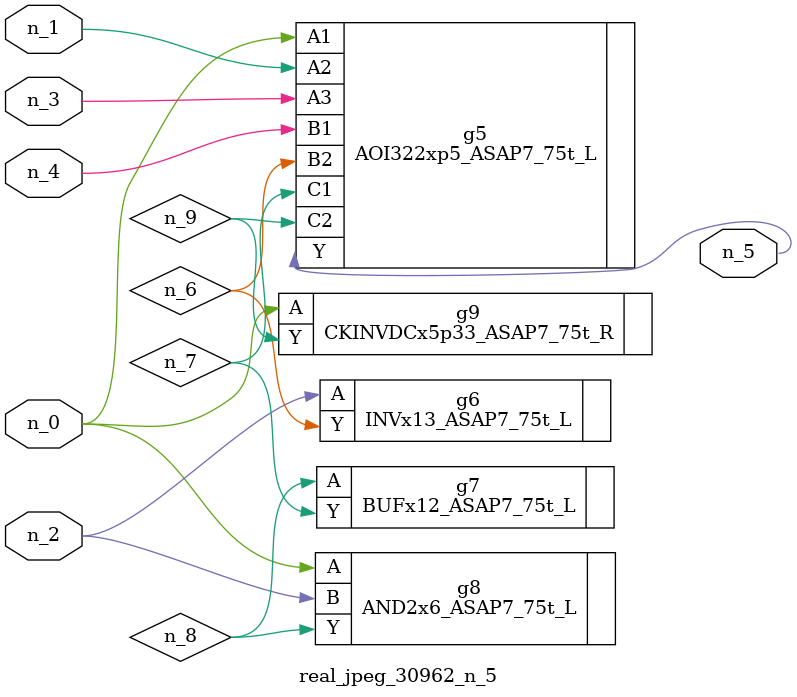
<source format=v>
module real_jpeg_30962_n_5 (n_4, n_0, n_1, n_2, n_3, n_5);

input n_4;
input n_0;
input n_1;
input n_2;
input n_3;

output n_5;

wire n_8;
wire n_6;
wire n_7;
wire n_9;

AOI322xp5_ASAP7_75t_L g5 ( 
.A1(n_0),
.A2(n_1),
.A3(n_3),
.B1(n_4),
.B2(n_6),
.C1(n_7),
.C2(n_9),
.Y(n_5)
);

AND2x6_ASAP7_75t_L g8 ( 
.A(n_0),
.B(n_2),
.Y(n_8)
);

CKINVDCx5p33_ASAP7_75t_R g9 ( 
.A(n_0),
.Y(n_9)
);

INVx13_ASAP7_75t_L g6 ( 
.A(n_2),
.Y(n_6)
);

BUFx12_ASAP7_75t_L g7 ( 
.A(n_8),
.Y(n_7)
);


endmodule
</source>
